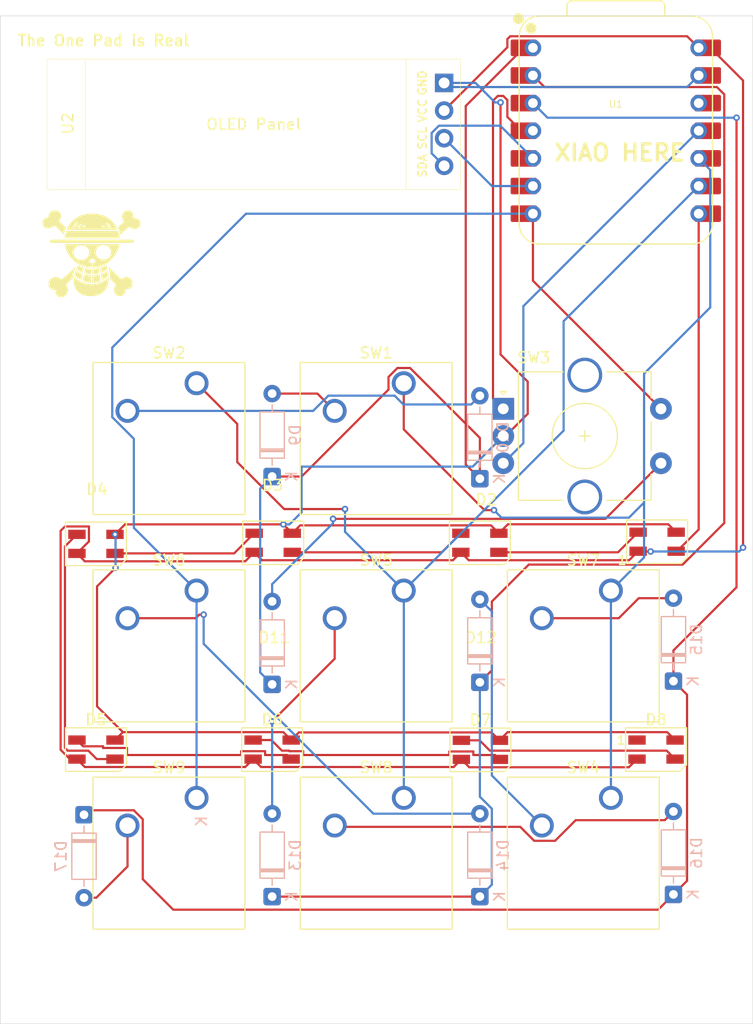
<source format=kicad_pcb>
(kicad_pcb (version 20241229) (generator "pcbnew") (generator_version "9.0")
  (layers (0 "F.Cu" signal) (2 "B.Cu" signal) (13 "F.Paste" user) (15 "B.Paste" user) (5 "F.SilkS" user "F.Silkscreen") (7 "B.SilkS" user "B.Silkscreen") (1 "F.Mask" user) (3 "B.Mask" user) (25 "Edge.Cuts" user))
  (net 0 "")
  (net 1 "Net-(D1-DIN)")
  (net 2 "Net-(D1-DOUT)")
  (net 3 "GND")
  (net 4 "+5V")
  (net 5 "Net-(D2-DOUT)")
  (net 6 "Net-(D3-DOUT)")
  (net 7 "Net-(D4-DOUT)")
  (net 8 "Net-(D5-DOUT)")
  (net 9 "Net-(D6-DOUT)")
  (net 10 "Net-(D7-DOUT)")
  (net 12 "Net-(D10-K)")
  (net 13 "Net-(D12-K)")
  (net 14 "Net-(D9-A)")
  (net 15 "Net-(D10-A)")
  (net 16 "Net-(D14-A)")
  (net 17 "Net-(D11-A)")
  (net 18 "Net-(D12-A)")
  (net 19 "Net-(D13-A)")
  (net 20 "Net-(U1-GPIO4{slash}MISO)")
  (net 21 "Net-(U1-GPIO2{slash}SCK)")
  (net 22 "Net-(U1-GPIO0{slash}TX)")
  (net 23 "Net-(U1-GPIO29{slash}ADC3{slash}A3)")
  (net 24 "Net-(U1-GPIO3{slash}MOSI)")
  (net 25 "Net-(U1-GPIO7{slash}SCL)")
  (net 26 "Net-(U1-GPIO6{slash}SDA)")
  (net 28 "Net-(D15-K)")
  (net 29 "Net-(D15-A)")
  (net 30 "Net-(D16-A)")
  (net 31 "Net-(D17-A)")
  (footprint "Rotary_Encoder:RotaryEncoder_Alps_EC11E-Switch_Vertical_H20mm_CircularMountingHoles" (layer "F.Cu") (at 154.45 74)
    (property "Reference" "SW3" (at 2.8 -4.7 0) (layer "F.SilkS"))
    (property "Value" "RotaryEncoder_Switch")
    (pad "A" thru_hole rect (at 0 0) (size 2 2) (drill 1) (layers "*.Cu" "*.Mask") (net 23 "Net-(U1-GPIO29{slash}ADC3{slash}A3)"))
    (pad "B" thru_hole circle (at 0 5) (size 2 2) (drill 1) (layers "*.Cu" "*.Mask") (net 24 "Net-(U1-GPIO3{slash}MOSI)"))
    (pad "C" thru_hole circle (at 0 2.5) (size 2 2) (drill 1) (layers "*.Cu" "*.Mask") (net 3 "GND"))
    (pad "MP" thru_hole circle (at 7.5 -3.1) (size 3.2 3.2) (drill 2.6) (layers "*.Cu" "*.Mask"))
    (pad "MP" thru_hole circle (at 7.5 8.1) (size 3.2 3.2) (drill 2.6) (layers "*.Cu" "*.Mask"))
    (pad "S1" thru_hole circle (at 14.5 5) (size 2 2) (drill 1) (layers "*.Cu" "*.Mask") (net 17 "Net-(D11-A)"))
    (pad "S2" thru_hole circle (at 14.5 0) (size 2 2) (drill 1) (layers "*.Cu" "*.Mask") (net 22 "Net-(U1-GPIO0{slash}TX)"))
  )
  (footprint "LED_SMD:LED_SK6812MINI_PLCC4_3.5x3.5mm_P1.75mm" (layer "F.Cu") (at 117 86.41)
    (property "Reference" "D4" (at 0.09 -5.01 0) (layer "F.SilkS"))
    (property "Value" "SK6812MINI")
    (pad "1" smd rect (at -1.75 -0.875) (size 1.6 0.85) (layers "F.Cu" "F.Mask" "F.Paste") (net 7 "Net-(D4-DOUT)"))
    (pad "2" smd rect (at -1.75 0.875) (size 1.6 0.85) (layers "F.Cu" "F.Mask" "F.Paste") (net 4 "+5V"))
    (pad "3" smd rect (at 1.75 0.875) (size 1.6 0.85) (layers "F.Cu" "F.Mask" "F.Paste") (net 6 "Net-(D3-DOUT)"))
    (pad "4" smd rect (at 1.75 -0.875) (size 1.6 0.85) (layers "F.Cu" "F.Mask" "F.Paste") (net 3 "GND"))
  )
  (footprint "Button_Switch_Keyboard:SW_Cherry_MX_1.00u_PCB" (layer "F.Cu") (at 126.25 71.65)
    (property "Reference" "SW2" (at -2.54 -2.794 0) (layer "F.SilkS"))
    (property "Value" "SW_Push")
    (pad "" np_thru_hole circle (at -7.62 5.08) (size 1.7 1.7) (drill 1.7) (layers "*.Cu" "*.Mask"))
    (pad "" np_thru_hole circle (at -2.54 5.08) (size 4 4) (drill 4) (layers "*.Cu" "*.Mask"))
    (pad "" np_thru_hole circle (at 2.54 5.08) (size 1.7 1.7) (drill 1.7) (layers "*.Cu" "*.Mask"))
    (pad "1" thru_hole circle (at 0 0) (size 2.2 2.2) (drill 1.5) (layers "*.Cu" "*.Mask") (net 21 "Net-(U1-GPIO2{slash}SCK)"))
    (pad "2" thru_hole circle (at -6.35 2.54) (size 2.2 2.2) (drill 1.5) (layers "*.Cu" "*.Mask") (net 15 "Net-(D10-A)"))
  )
  (footprint "Button_Switch_Keyboard:SW_Cherry_MX_1.00u_PCB" (layer "F.Cu") (at 164.35 109.75)
    (property "Reference" "SW4" (at -2.54 -2.794 0) (layer "F.SilkS"))
    (property "Value" "SW_Push")
    (pad "" np_thru_hole circle (at -7.62 5.08) (size 1.7 1.7) (drill 1.7) (layers "*.Cu" "*.Mask"))
    (pad "" np_thru_hole circle (at -2.54 5.08) (size 4 4) (drill 4) (layers "*.Cu" "*.Mask"))
    (pad "" np_thru_hole circle (at 2.54 5.08) (size 1.7 1.7) (drill 1.7) (layers "*.Cu" "*.Mask"))
    (pad "1" thru_hole circle (at 0 0) (size 2.2 2.2) (drill 1.5) (layers "*.Cu" "*.Mask") (net 20 "Net-(U1-GPIO4{slash}MISO)"))
    (pad "2" thru_hole circle (at -6.35 2.54) (size 2.2 2.2) (drill 1.5) (layers "*.Cu" "*.Mask") (net 18 "Net-(D12-A)"))
  )
  (footprint "LED_SMD:LED_SK6812MINI_PLCC4_3.5x3.5mm_P1.75mm" (layer "F.Cu") (at 168.6 86.21)
    (property "Reference" "D1" (hide yes))
    (property "Value" "SK6812MINI")
    (fp_text user "1" (at -3.21625 1.715 0) (layer "F.SilkS") (effects (font (size 0.8 0.8))))
    (pad "1" smd rect (at -1.75 -0.875) (size 1.6 0.85) (layers "F.Cu" "F.Mask" "F.Paste") (net 2 "Net-(D1-DOUT)"))
    (pad "2" smd rect (at -1.75 0.875) (size 1.6 0.85) (layers "F.Cu" "F.Mask" "F.Paste") (net 4 "+5V"))
    (pad "3" smd rect (at 1.75 0.875) (size 1.6 0.85) (layers "F.Cu" "F.Mask" "F.Paste") (net 1 "Net-(D1-DIN)"))
    (pad "4" smd rect (at 1.75 -0.875) (size 1.6 0.85) (layers "F.Cu" "F.Mask" "F.Paste") (net 3 "GND"))
  )
  (footprint "LED_SMD:LED_SK6812MINI_PLCC4_3.5x3.5mm_P1.75mm" (layer "F.Cu") (at 117 105.31)
    (property "Reference" "D5" (at 0 -2.75 0) (layer "F.SilkS"))
    (property "Value" "SK6812MINI")
    (pad "1" smd rect (at -1.75 -0.875) (size 1.6 0.85) (layers "F.Cu" "F.Mask" "F.Paste") (net 8 "Net-(D5-DOUT)"))
    (pad "2" smd rect (at -1.75 0.875) (size 1.6 0.85) (layers "F.Cu" "F.Mask" "F.Paste") (net 4 "+5V"))
    (pad "3" smd rect (at 1.75 0.875) (size 1.6 0.85) (layers "F.Cu" "F.Mask" "F.Paste") (net 7 "Net-(D4-DOUT)"))
    (pad "4" smd rect (at 1.75 -0.875) (size 1.6 0.85) (layers "F.Cu" "F.Mask" "F.Paste") (net 3 "GND"))
  )
  (footprint "Button_Switch_Keyboard:SW_Cherry_MX_1.00u_PCB" (layer "F.Cu") (at 126.25 109.75)
    (property "Reference" "SW9" (at -2.54 -2.794 0) (layer "F.SilkS"))
    (property "Value" "SW_Push")
    (pad "" np_thru_hole circle (at -7.62 5.08) (size 1.7 1.7) (drill 1.7) (layers "*.Cu" "*.Mask"))
    (pad "" np_thru_hole circle (at -2.54 5.08) (size 4 4) (drill 4) (layers "*.Cu" "*.Mask"))
    (pad "" np_thru_hole circle (at 2.54 5.08) (size 1.7 1.7) (drill 1.7) (layers "*.Cu" "*.Mask"))
    (pad "1" thru_hole circle (at 0 0) (size 2.2 2.2) (drill 1.5) (layers "*.Cu" "*.Mask") (net 22 "Net-(U1-GPIO0{slash}TX)"))
    (pad "2" thru_hole circle (at -6.35 2.54) (size 2.2 2.2) (drill 1.5) (layers "*.Cu" "*.Mask") (net 31 "Net-(D17-A)"))
  )
  (footprint "Button_Switch_Keyboard:SW_Cherry_MX_1.00u_PCB" (layer "F.Cu") (at 126.25 90.7)
    (property "Reference" "SW6" (at -2.54 -2.794 0) (layer "F.SilkS"))
    (property "Value" "SW_Push")
    (pad "" np_thru_hole circle (at -7.62 5.08) (size 1.7 1.7) (drill 1.7) (layers "*.Cu" "*.Mask"))
    (pad "" np_thru_hole circle (at -2.54 5.08) (size 4 4) (drill 4) (layers "*.Cu" "*.Mask"))
    (pad "" np_thru_hole circle (at 2.54 5.08) (size 1.7 1.7) (drill 1.7) (layers "*.Cu" "*.Mask"))
    (pad "1" thru_hole circle (at 0 0) (size 2.2 2.2) (drill 1.5) (layers "*.Cu" "*.Mask") (net 22 "Net-(U1-GPIO0{slash}TX)"))
    (pad "2" thru_hole circle (at -6.35 2.54) (size 2.2 2.2) (drill 1.5) (layers "*.Cu" "*.Mask") (net 16 "Net-(D14-A)"))
  )
  (footprint "LOGO" (layer "F.Cu") (at 116.6 59.95)
    (property "Reference" "G***" (hide yes))
    (property "Value" "LOGO" (hide yes))
  )
  (footprint "LED_SMD:LED_SK6812MINI_PLCC4_3.5x3.5mm_P1.75mm" (layer "F.Cu") (at 133.2 105.31)
    (property "Reference" "D6" (at 0 -2.75 0) (layer "F.SilkS"))
    (property "Value" "SK6812MINI")
    (pad "1" smd rect (at -1.75 -0.875) (size 1.6 0.85) (layers "F.Cu" "F.Mask" "F.Paste") (net 9 "Net-(D6-DOUT)"))
    (pad "2" smd rect (at -1.75 0.875) (size 1.6 0.85) (layers "F.Cu" "F.Mask" "F.Paste") (net 4 "+5V"))
    (pad "3" smd rect (at 1.75 0.875) (size 1.6 0.85) (layers "F.Cu" "F.Mask" "F.Paste") (net 8 "Net-(D5-DOUT)"))
    (pad "4" smd rect (at 1.75 -0.875) (size 1.6 0.85) (layers "F.Cu" "F.Mask" "F.Paste") (net 3 "GND"))
  )
  (footprint "Button_Switch_Keyboard:SW_Cherry_MX_1.00u_PCB" (layer "F.Cu") (at 145.3 71.65)
    (property "Reference" "SW1" (at -2.54 -2.794 0) (layer "F.SilkS"))
    (property "Value" "SW_Push")
    (pad "" np_thru_hole circle (at -7.62 5.08) (size 1.7 1.7) (drill 1.7) (layers "*.Cu" "*.Mask"))
    (pad "" np_thru_hole circle (at -2.54 5.08) (size 4 4) (drill 4) (layers "*.Cu" "*.Mask"))
    (pad "" np_thru_hole circle (at 2.54 5.08) (size 1.7 1.7) (drill 1.7) (layers "*.Cu" "*.Mask"))
    (pad "1" thru_hole circle (at 0 0) (size 2.2 2.2) (drill 1.5) (layers "*.Cu" "*.Mask") (net 20 "Net-(U1-GPIO4{slash}MISO)"))
    (pad "2" thru_hole circle (at -6.35 2.54) (size 2.2 2.2) (drill 1.5) (layers "*.Cu" "*.Mask") (net 14 "Net-(D9-A)"))
  )
  (footprint "LED_SMD:LED_SK6812MINI_PLCC4_3.5x3.5mm_P1.75mm" (layer "F.Cu") (at 133.3 86.31)
    (property "Reference" "D3" (at -0.05 -5.275 0) (layer "F.SilkS"))
    (property "Value" "SK6812MINI")
    (pad "1" smd rect (at -1.75 -0.875) (size 1.6 0.85) (layers "F.Cu" "F.Mask" "F.Paste") (net 6 "Net-(D3-DOUT)"))
    (pad "2" smd rect (at -1.75 0.875) (size 1.6 0.85) (layers "F.Cu" "F.Mask" "F.Paste") (net 4 "+5V"))
    (pad "3" smd rect (at 1.75 0.875) (size 1.6 0.85) (layers "F.Cu" "F.Mask" "F.Paste") (net 5 "Net-(D2-DOUT)"))
    (pad "4" smd rect (at 1.75 -0.875) (size 1.6 0.85) (layers "F.Cu" "F.Mask" "F.Paste") (net 3 "GND"))
  )
  (footprint "Button_Switch_Keyboard:SW_Cherry_MX_1.00u_PCB" (layer "F.Cu") (at 145.3 90.7)
    (property "Reference" "SW5" (at -2.54 -2.794 0) (layer "F.SilkS"))
    (property "Value" "SW_Push")
    (pad "" np_thru_hole circle (at -7.62 5.08) (size 1.7 1.7) (drill 1.7) (layers "*.Cu" "*.Mask"))
    (pad "" np_thru_hole circle (at -2.54 5.08) (size 4 4) (drill 4) (layers "*.Cu" "*.Mask"))
    (pad "" np_thru_hole circle (at 2.54 5.08) (size 1.7 1.7) (drill 1.7) (layers "*.Cu" "*.Mask"))
    (pad "1" thru_hole circle (at 0 0) (size 2.2 2.2) (drill 1.5) (layers "*.Cu" "*.Mask") (net 21 "Net-(U1-GPIO2{slash}SCK)"))
    (pad "2" thru_hole circle (at -6.35 2.54) (size 2.2 2.2) (drill 1.5) (layers "*.Cu" "*.Mask") (net 19 "Net-(D13-A)"))
  )
  (footprint "LED_SMD:LED_SK6812MINI_PLCC4_3.5x3.5mm_P1.75mm" (layer "F.Cu") (at 168.5 105.31)
    (property "Reference" "D8" (at 0 -2.75 0) (layer "F.SilkS"))
    (property "Value" "SK6812MINI")
    (fp_text user "1" (at -3.2 -0.875 0) (layer "F.SilkS") (effects (font (size 0.8 0.8))))
    (pad "1" smd rect (at -1.75 -0.875) (size 1.6 0.85) (layers "F.Cu" "F.Mask" "F.Paste"))
    (pad "2" smd rect (at -1.75 0.875) (size 1.6 0.85) (layers "F.Cu" "F.Mask" "F.Paste") (net 4 "+5V"))
    (pad "3" smd rect (at 1.75 0.875) (size 1.6 0.85) (layers "F.Cu" "F.Mask" "F.Paste") (net 10 "Net-(D7-DOUT)"))
    (pad "4" smd rect (at 1.75 -0.875) (size 1.6 0.85) (layers "F.Cu" "F.Mask" "F.Paste") (net 3 "GND"))
  )
  (footprint "Seeed Studio XIAO Series Library:XIAO-RP2040-DIP" (layer "F.Cu") (at 164.8 48.45)
    (property "Reference" "U1" (at 0 -2.45 0) (layer "F.SilkS") (effects (font (size 0.635 0.635) (thickness 0.1016))))
    (property "Value" "XIAO-RP2040-DIP")
    (pad "1" smd roundrect (at -8.455 -7.62 180) (size 2.432 1.524) (layers "F.Cu" "F.Mask") (roundrect_rratio 0.1) (net 12 "Net-(D10-K)"))
    (pad "1" thru_hole circle (at -7.62 -7.62 180) (size 1.524 1.524) (drill 0.889) (layers "*.Cu" "*.Mask") (net 12 "Net-(D10-K)"))
    (pad "2" smd roundrect (at -8.455 -5.08 180) (size 2.432 1.524) (layers "F.Cu" "F.Mask") (roundrect_rratio 0.1) (net 13 "Net-(D12-K)"))
    (pad "2" thru_hole circle (at -7.62 -5.08 180) (size 1.524 1.524) (drill 0.889) (layers "*.Cu" "*.Mask") (net 13 "Net-(D12-K)"))
    (pad "3" smd roundrect (at -8.455 -2.54 180) (size 2.432 1.524) (layers "F.Cu" "F.Mask") (roundrect_rratio 0.1) (net 28 "Net-(D15-K)"))
    (pad "3" thru_hole circle (at -7.62 -2.54 180) (size 1.524 1.524) (drill 0.889) (layers "*.Cu" "*.Mask") (net 28 "Net-(D15-K)"))
    (pad "4" smd roundrect (at -8.455 0 180) (size 2.432 1.524) (layers "F.Cu" "F.Mask") (roundrect_rratio 0.1) (net 23 "Net-(U1-GPIO29{slash}ADC3{slash}A3)"))
    (pad "4" thru_hole circle (at -7.62 0 180) (size 1.524 1.524) (drill 0.889) (layers "*.Cu" "*.Mask") (net 23 "Net-(U1-GPIO29{slash}ADC3{slash}A3)"))
    (pad "5" smd roundrect (at -8.455 2.54 180) (size 2.432 1.524) (layers "F.Cu" "F.Mask") (roundrect_rratio 0.1) (net 26 "Net-(U1-GPIO6{slash}SDA)"))
    (pad "5" thru_hole circle (at -7.62 2.54 180) (size 1.524 1.524) (drill 0.889) (layers "*.Cu" "*.Mask") (net 26 "Net-(U1-GPIO6{slash}SDA)"))
    (pad "6" smd roundrect (at -8.455 5.08 180) (size 2.432 1.524) (layers "F.Cu" "F.Mask") (roundrect_rratio 0.1) (net 25 "Net-(U1-GPIO7{slash}SCL)"))
    (pad "6" thru_hole circle (at -7.62 5.08 180) (size 1.524 1.524) (drill 0.889) (layers "*.Cu" "*.Mask") (net 25 "Net-(U1-GPIO7{slash}SCL)"))
    (pad "7" smd roundrect (at -8.455 7.62 180) (size 2.432 1.524) (layers "F.Cu" "F.Mask") (roundrect_rratio 0.1) (net 22 "Net-(U1-GPIO0{slash}TX)"))
    (pad "7" thru_hole circle (at -7.62 7.62 180) (size 1.524 1.524) (drill 0.889) (layers "*.Cu" "*.Mask") (net 22 "Net-(U1-GPIO0{slash}TX)"))
    (pad "8" thru_hole circle (at 7.62 7.62) (size 1.524 1.524) (drill 0.889) (layers "*.Cu" "*.Mask") (net 1 "Net-(D1-DIN)"))
    (pad "8" smd roundrect (at 8.455 7.62) (size 2.432 1.524) (layers "F.Cu" "F.Mask") (roundrect_rratio 0.1) (net 1 "Net-(D1-DIN)"))
    (pad "9" thru_hole circle (at 7.62 5.08) (size 1.524 1.524) (drill 0.889) (layers "*.Cu" "*.Mask") (net 21 "Net-(U1-GPIO2{slash}SCK)"))
    (pad "9" smd roundrect (at 8.455 5.08) (size 2.432 1.524) (layers "F.Cu" "F.Mask") (roundrect_rratio 0.1) (net 21 "Net-(U1-GPIO2{slash}SCK)"))
    (pad "10" thru_hole circle (at 7.62 2.54) (size 1.524 1.524) (drill 0.889) (layers "*.Cu" "*.Mask") (net 20 "Net-(U1-GPIO4{slash}MISO)"))
    (pad "10" smd roundrect (at 8.455 2.54) (size 2.432 1.524) (layers "F.Cu" "F.Mask") (roundrect_rratio 0.1) (net 20 "Net-(U1-GPIO4{slash}MISO)"))
    (pad "11" thru_hole circle (at 7.62 0) (size 1.524 1.524) (drill 0.889) (layers "*.Cu" "*.Mask") (net 24 "Net-(U1-GPIO3{slash}MOSI)"))
    (pad "11" smd roundrect (at 8.455 0) (size 2.432 1.524) (layers "F.Cu" "F.Mask") (roundrect_rratio 0.1) (net 24 "Net-(U1-GPIO3{slash}MOSI)"))
    (pad "12" thru_hole circle (at 7.62 -2.54) (size 1.524 1.524) (drill 0.889) (layers "*.Cu" "*.Mask"))
    (pad "12" smd roundrect (at 8.455 -2.54) (size 2.432 1.524) (layers "F.Cu" "F.Mask") (roundrect_rratio 0.1))
    (pad "13" thru_hole circle (at 7.62 -5.08) (size 1.524 1.524) (drill 0.889) (layers "*.Cu" "*.Mask") (net 3 "GND"))
    (pad "13" smd roundrect (at 8.455 -5.08) (size 2.432 1.524) (layers "F.Cu" "F.Mask") (roundrect_rratio 0.1) (net 3 "GND"))
    (pad "14" thru_hole circle (at 7.62 -7.62) (size 1.524 1.524) (drill 0.889) (layers "*.Cu" "*.Mask") (net 4 "+5V"))
    (pad "14" smd roundrect (at 8.455 -7.62) (size 2.432 1.524) (layers "F.Cu" "F.Mask") (roundrect_rratio 0.1) (net 4 "+5V"))
  )
  (footprint "LED_SMD:LED_SK6812MINI_PLCC4_3.5x3.5mm_P1.75mm" (layer "F.Cu") (at 152.35 105.335)
    (property "Reference" "D7" (at 0 -2.75 0) (layer "F.SilkS"))
    (property "Value" "SK6812MINI")
    (pad "1" smd rect (at -1.75 -0.875) (size 1.6 0.85) (layers "F.Cu" "F.Mask" "F.Paste") (net 10 "Net-(D7-DOUT)"))
    (pad "2" smd rect (at -1.75 0.875) (size 1.6 0.85) (layers "F.Cu" "F.Mask" "F.Paste") (net 4 "+5V"))
    (pad "3" smd rect (at 1.75 0.875) (size 1.6 0.85) (layers "F.Cu" "F.Mask" "F.Paste") (net 9 "Net-(D6-DOUT)"))
    (pad "4" smd rect (at 1.75 -0.875) (size 1.6 0.85) (layers "F.Cu" "F.Mask" "F.Paste") (net 3 "GND"))
  )
  (footprint "Button_Switch_Keyboard:SW_Cherry_MX_1.00u_PCB" (layer "F.Cu") (at 145.30625 109.75)
    (property "Reference" "SW8" (at -2.54 -2.794 0) (layer "F.SilkS"))
    (property "Value" "SW_Push")
    (pad "" np_thru_hole circle (at -7.62 5.08) (size 1.7 1.7) (drill 1.7) (layers "*.Cu" "*.Mask"))
    (pad "" np_thru_hole circle (at -2.54 5.08) (size 4 4) (drill 4) (layers "*.Cu" "*.Mask"))
    (pad "" np_thru_hole circle (at 2.54 5.08) (size 1.7 1.7) (drill 1.7) (layers "*.Cu" "*.Mask"))
    (pad "1" thru_hole circle (at 0 0) (size 2.2 2.2) (drill 1.5) (layers "*.Cu" "*.Mask") (net 21 "Net-(U1-GPIO2{slash}SCK)"))
    (pad "2" thru_hole circle (at -6.35 2.54) (size 2.2 2.2) (drill 1.5) (layers "*.Cu" "*.Mask") (net 30 "Net-(D16-A)"))
  )
  (footprint "oled_screen:SSD1306-0.91-OLED-4pin-128x32" (layer "F.Cu") (at 112.515 41.865)
    (property "Reference" "U2" (at 1.9 5.91 90) (layer "F.SilkS"))
    (property "Value" "~")
    (fp_text user "SDA" (at 34.5 9.81 270) (layer "F.SilkS") (effects (font (size 0.75 0.75))))
    (fp_text user "GND" (at 34.5 2.19 270) (layer "F.SilkS") (effects (font (size 0.75 0.75))))
    (fp_text user "SCL" (at 34.5 7.27 270) (layer "F.SilkS") (effects (font (size 0.75 0.75))))
    (fp_text user "OLED Panel" (at 19 6 0) (layer "F.SilkS"))
    (fp_text user "VCC" (at 34.5 4.73 270) (layer "F.SilkS") (effects (font (size 0.75 0.75))))
    (pad "1" thru_hole rect (at 36.5 2.19) (size 1.7 1.7) (drill 1) (layers "*.Cu" "*.Mask") (net 3 "GND"))
    (pad "2" thru_hole oval (at 36.5 4.73) (size 1.7 1.7) (drill 1) (layers "*.Cu" "*.Mask") (net 4 "+5V"))
    (pad "3" thru_hole oval (at 36.5 7.27) (size 1.7 1.7) (drill 1) (layers "*.Cu" "*.Mask") (net 25 "Net-(U1-GPIO7{slash}SCL)"))
    (pad "4" thru_hole oval (at 36.5 9.81) (size 1.7 1.7) (drill 1) (layers "*.Cu" "*.Mask") (net 26 "Net-(U1-GPIO6{slash}SDA)"))
  )
  (footprint "LED_SMD:LED_SK6812MINI_PLCC4_3.5x3.5mm_P1.75mm" (layer "F.Cu") (at 152.3 86.31)
    (property "Reference" "D2" (at 0.59 -3.96 0) (layer "F.SilkS"))
    (property "Value" "SK6812MINI")
    (pad "1" smd rect (at -1.75 -0.875) (size 1.6 0.85) (layers "F.Cu" "F.Mask" "F.Paste") (net 5 "Net-(D2-DOUT)"))
    (pad "2" smd rect (at -1.75 0.875) (size 1.6 0.85) (layers "F.Cu" "F.Mask" "F.Paste") (net 4 "+5V"))
    (pad "3" smd rect (at 1.75 0.875) (size 1.6 0.85) (layers "F.Cu" "F.Mask" "F.Paste") (net 2 "Net-(D1-DOUT)"))
    (pad "4" smd rect (at 1.75 -0.875) (size 1.6 0.85) (layers "F.Cu" "F.Mask" "F.Paste") (net 3 "GND"))
  )
  (footprint "Button_Switch_Keyboard:SW_Cherry_MX_1.00u_PCB" (layer "F.Cu") (at 164.35 90.7)
    (property "Reference" "SW7" (at -2.54 -2.794 0) (layer "F.SilkS"))
    (property "Value" "SW_Push")
    (pad "" np_thru_hole circle (at -7.62 5.08) (size 1.7 1.7) (drill 1.7) (layers "*.Cu" "*.Mask"))
    (pad "" np_thru_hole circle (at -2.54 5.08) (size 4 4) (drill 4) (layers "*.Cu" "*.Mask"))
    (pad "" np_thru_hole circle (at 2.54 5.08) (size 1.7 1.7) (drill 1.7) (layers "*.Cu" "*.Mask"))
    (pad "1" thru_hole circle (at 0 0) (size 2.2 2.2) (drill 1.5) (layers "*.Cu" "*.Mask") (net 20 "Net-(U1-GPIO4{slash}MISO)"))
    (pad "2" thru_hole circle (at -6.35 2.54) (size 2.2 2.2) (drill 1.5) (layers "*.Cu" "*.Mask") (net 29 "Net-(D15-A)"))
  )
  (footprint "Diode_THT:D_DO-35_SOD27_P7.62mm_Horizontal" (layer "B.Cu") (at 152.3 118.82 90)
    (property "Reference" "D14" (at 3.81 2.12 90) (layer "B.SilkS") (effects (justify mirror)))
    (property "Value" "D")
    (fp_text user "K" (at 0 1.8 90) (layer "B.SilkS") (effects (justify mirror)))
    (pad "1" thru_hole roundrect (at 0 0 90) (size 1.6 1.6) (drill 0.8) (layers "*.Cu" "*.Mask") (roundrect_rratio 0.15625) (net 13 "Net-(D12-K)"))
    (pad "2" thru_hole circle (at 7.62 0 90) (size 1.6 1.6) (drill 0.8) (layers "*.Cu" "*.Mask") (net 16 "Net-(D14-A)"))
  )
  (footprint "Diode_THT:D_DO-35_SOD27_P7.62mm_Horizontal" (layer "B.Cu") (at 133.2 118.82 90)
    (property "Reference" "D13" (at 3.81 2.12 90) (layer "B.SilkS") (effects (justify mirror)))
    (property "Value" "D")
    (fp_text user "K" (at 0 1.8 90) (layer "B.SilkS") (effects (justify mirror)))
    (pad "1" thru_hole roundrect (at 0 0 90) (size 1.6 1.6) (drill 0.8) (layers "*.Cu" "*.Mask") (roundrect_rratio 0.15625) (net 13 "Net-(D12-K)"))
    (pad "2" thru_hole circle (at 7.62 0 90) (size 1.6 1.6) (drill 0.8) (layers "*.Cu" "*.Mask") (net 19 "Net-(D13-A)"))
  )
  (footprint "Diode_THT:D_DO-35_SOD27_P7.62mm_Horizontal" (layer "B.Cu") (at 170.1 99.02 90)
    (property "Reference" "D15" (at 3.81 2.12 90) (layer "B.SilkS") (effects (justify mirror)))
    (property "Value" "D")
    (fp_text user "K" (at 0 1.8 90) (layer "B.SilkS") (effects (justify mirror)))
    (pad "1" thru_hole roundrect (at 0 0 90) (size 1.6 1.6) (drill 0.8) (layers "*.Cu" "*.Mask") (roundrect_rratio 0.15625) (net 28 "Net-(D15-K)"))
    (pad "2" thru_hole circle (at 7.62 0 90) (size 1.6 1.6) (drill 0.8) (layers "*.Cu" "*.Mask") (net 29 "Net-(D15-A)"))
  )
  (footprint "Diode_THT:D_DO-35_SOD27_P7.62mm_Horizontal" (layer "B.Cu") (at 133.2 80.22 90)
    (property "Reference" "D9" (at 3.81 2.12 90) (layer "B.SilkS") (effects (justify mirror)))
    (property "Value" "D")
    (fp_text user "K" (at 0 1.8 90) (layer "B.SilkS") (effects (justify mirror)))
    (pad "1" thru_hole roundrect (at 0 0 90) (size 1.6 1.6) (drill 0.8) (layers "*.Cu" "*.Mask") (roundrect_rratio 0.15625) (net 12 "Net-(D10-K)"))
    (pad "2" thru_hole circle (at 7.62 0 90) (size 1.6 1.6) (drill 0.8) (layers "*.Cu" "*.Mask") (net 14 "Net-(D9-A)"))
  )
  (footprint "Diode_THT:D_DO-35_SOD27_P7.62mm_Horizontal" (layer "B.Cu") (at 152.3 99.13 90)
    (property "Reference" "D12" (at 4.11 0.1 0) (layer "F.SilkS"))
    (property "Value" "D")
    (fp_text user "K" (at 0 1.8 90) (layer "B.SilkS") (effects (justify mirror)))
    (pad "1" thru_hole roundrect (at 0 0 90) (size 1.6 1.6) (drill 0.8) (layers "*.Cu" "*.Mask") (roundrect_rratio 0.15625) (net 13 "Net-(D12-K)"))
    (pad "2" thru_hole circle (at 7.62 0 90) (size 1.6 1.6) (drill 0.8) (layers "*.Cu" "*.Mask") (net 18 "Net-(D12-A)"))
  )
  (footprint "Diode_THT:D_DO-35_SOD27_P7.62mm_Horizontal" (layer "B.Cu") (at 115.9 111.3 -90)
    (property "Reference" "D17" (at 3.81 2.12 90) (layer "B.SilkS") (effects (justify mirror)))
    (property "Value" "D")
    (fp_text user "K" (at 0.6 -10.8 90) (layer "B.SilkS") (effects (justify mirror)))
    (pad "1" thru_hole roundrect (at 0 0 270) (size 1.6 1.6) (drill 0.8) (layers "*.Cu" "*.Mask") (roundrect_rratio 0.15625) (net 28 "Net-(D15-K)"))
    (pad "2" thru_hole circle (at 7.62 0 270) (size 1.6 1.6) (drill 0.8) (layers "*.Cu" "*.Mask") (net 31 "Net-(D17-A)"))
  )
  (footprint "Diode_THT:D_DO-35_SOD27_P7.62mm_Horizontal" (layer "B.Cu") (at 152.3 80.42 90)
    (property "Reference" "D10" (at 3.81 2.12 90) (layer "B.SilkS") (effects (justify mirror)))
    (property "Value" "D")
    (fp_text user "K" (at 0 1.8 90) (layer "B.SilkS") (effects (justify mirror)))
    (pad "1" thru_hole roundrect (at 0 0 90) (size 1.6 1.6) (drill 0.8) (layers "*.Cu" "*.Mask") (roundrect_rratio 0.15625) (net 12 "Net-(D10-K)"))
    (pad "2" thru_hole circle (at 7.62 0 90) (size 1.6 1.6) (drill 0.8) (layers "*.Cu" "*.Mask") (net 15 "Net-(D10-A)"))
  )
  (footprint "Diode_THT:D_DO-35_SOD27_P7.62mm_Horizontal" (layer "B.Cu") (at 133.2 99.32 90)
    (property "Reference" "D11" (at 4.3 0.19375 0) (layer "F.SilkS"))
    (property "Value" "D")
    (fp_text user "K" (at 0 1.8 90) (layer "B.SilkS") (effects (justify mirror)))
    (pad "1" thru_hole roundrect (at 0 0 90) (size 1.6 1.6) (drill 0.8) (layers "*.Cu" "*.Mask") (roundrect_rratio 0.15625) (net 12 "Net-(D10-K)"))
    (pad "2" thru_hole circle (at 7.62 0 90) (size 1.6 1.6) (drill 0.8) (layers "*.Cu" "*.Mask") (net 17 "Net-(D11-A)"))
  )
  (footprint "Diode_THT:D_DO-35_SOD27_P7.62mm_Horizontal" (layer "B.Cu") (at 170.1 118.62 90)
    (property "Reference" "D16" (at 3.81 2.12 90) (layer "B.SilkS") (effects (justify mirror)))
    (property "Value" "D")
    (fp_text user "K" (at 0 1.8 90) (layer "B.SilkS") (effects (justify mirror)))
    (pad "1" thru_hole roundrect (at 0 0 90) (size 1.6 1.6) (drill 0.8) (layers "*.Cu" "*.Mask") (roundrect_rratio 0.15625) (net 28 "Net-(D15-K)"))
    (pad "2" thru_hole circle (at 7.62 0 90) (size 1.6 1.6) (drill 0.8) (layers "*.Cu" "*.Mask") (net 30 "Net-(D16-A)"))
  )
  (gr_rect (start 108.2 37.9) (end 177.4 130.5) (stroke (width 0.05)) (fill no) (layer "Edge.Cuts"))
  (gr_text "The One Pad is Real" (at 109.7 40.75 0) (layer "F.SilkS") (effects (font (size 1 1) (thickness 0.1875)) (justify left bottom)))
  (gr_text "XIAO HERE" (at 159 51.35 0) (layer "F.SilkS") (effects (font (size 1.5 1.5) (thickness 0.3) (bold yes)) (justify left bottom)))
  (segment (start 172.42 85.092) (end 170.427 87.085) (width 0.2) (layer "F.Cu") (net 1))
  (segment (start 170.427 87.085) (end 170.35 87.085) (width 0.2) (layer "F.Cu") (net 1))
  (segment (start 172.42 56.07) (end 172.42 85.092) (width 0.2) (layer "F.Cu") (net 1))
  (segment (start 165 87.185) (end 166.85 85.335) (width 0.2) (layer "F.Cu") (net 2))
  (segment (start 154.05 87.185) (end 165 87.185) (width 0.2) (layer "F.Cu") (net 2))
  (segment (start 154.851 103.709) (end 169.524 103.709) (width 0.2) (layer "F.Cu") (net 3))
  (segment (start 119.667 84.618) (end 134.233 84.618) (width 0.2) (layer "F.Cu") (net 3))
  (segment (start 169.524 103.709) (end 170.25 104.435) (width 0.2) (layer "F.Cu") (net 3))
  (segment (start 153.374 103.734) (end 154.1 104.46) (width 0.2) (layer "F.Cu") (net 3))
  (segment (start 135.651 103.734) (end 153.374 103.734) (width 0.2) (layer "F.Cu") (net 3))
  (segment (start 135.776 84.709) (end 153.324 84.709) (width 0.2) (layer "F.Cu") (net 3))
  (segment (start 134.95 104.435) (end 135.651 103.734) (width 0.2) (layer "F.Cu") (net 3))
  (segment (start 156.7 71.5) (end 156.7 74.46) (width 0.2) (layer "F.Cu") (net 3))
  (segment (start 135.05 85.435) (end 135.776 84.709) (width 0.2) (layer "F.Cu") (net 3))
  (segment (start 118.75 104.435) (end 119.475 103.71) (width 0.2) (layer "F.Cu") (net 3))
  (segment (start 134.233 84.618) (end 135.05 85.435) (width 0.2) (layer "F.Cu") (net 3))
  (segment (start 154.875 84.61) (end 169.625 84.61) (width 0.2) (layer "F.Cu") (net 3))
  (segment (start 118.75 85.535) (end 119.667 84.618) (width 0.2) (layer "F.Cu") (net 3))
  (segment (start 154.05 85.435) (end 154.875 84.61) (width 0.2) (layer "F.Cu") (net 3))
  (segment (start 154.1 104.46) (end 154.851 103.709) (width 0.2) (layer "F.Cu") (net 3))
  (segment (start 134.225 103.71) (end 134.95 104.435) (width 0.2) (layer "F.Cu") (net 3))
  (segment (start 154.2 45.85) (end 154.2 69) (width 0.2) (layer "F.Cu") (net 3))
  (segment (start 117.1 101.335) (end 117.1 90.31) (width 0.2) (layer "F.Cu") (net 3))
  (segment (start 169.625 84.61) (end 170.35 85.335) (width 0.2) (layer "F.Cu") (net 3))
  (segment (start 154.2 69) (end 156.7 71.5) (width 0.2) (layer "F.Cu") (net 3))
  (segment (start 153.324 84.709) (end 154.05 85.435) (width 0.2) (layer "F.Cu") (net 3))
  (segment (start 119.475 103.71) (end 134.225 103.71) (width 0.2) (layer "F.Cu") (net 3))
  (segment (start 117.1 90.31) (end 118.8 88.61) (width 0.2) (layer "F.Cu") (net 3))
  (segment (start 119.475 103.71) (end 117.1 101.335) (width 0.2) (layer "F.Cu") (net 3))
  (segment (start 156.7 74.46) (end 155.25 75.91) (width 0.2) (layer "F.Cu") (net 3))
  (via (at 134.233 84.618) (size 0.6) (drill 0.3) (layers "F.Cu" "B.Cu") (net 3))
  (via (at 154.2 45.85) (size 0.6) (drill 0.3) (layers "F.Cu" "B.Cu") (net 3))
  (via (at 118.75 85.535) (size 0.6) (drill 0.3) (layers "F.Cu" "B.Cu") (net 3))
  (via (at 118.8 88.61) (size 0.6) (drill 0.3) (layers "F.Cu" "B.Cu") (net 3))
  (segment (start 151.64 79.31) (end 154.45 76.5) (width 0.2) (layer "B.Cu") (net 3))
  (segment (start 134.233 84.618) (end 134.792 84.618) (width 0.2) (layer "B.Cu") (net 3))
  (segment (start 135.90625 83.50375) (end 135.90625 79.31) (width 0.2) (layer "B.Cu") (net 3))
  (segment (start 118.8 85.585) (end 118.75 85.535) (width 0.2) (layer "B.Cu") (net 3))
  (segment (start 154.2 45.85) (end 153.7 45.85) (width 0.2) (layer "B.Cu") (net 3))
  (segment (start 171.357 44.433) (end 172.42 43.37) (width 0.2) (layer "B.Cu") (net 3))
  (segment (start 135.90625 79.31) (end 151.64 79.31) (width 0.2) (layer "B.Cu") (net 3))
  (segment (start 118.8 88.61) (end 118.8 85.585) (width 0.2) (layer "B.Cu") (net 3))
  (segment (start 155.25 75.91) (end 153.81875 75.91) (width 0.2) (layer "B.Cu") (net 3))
  (segment (start 153.7 45.85) (end 151.905 44.055) (width 0.2) (layer "B.Cu") (net 3))
  (segment (start 149.015 44.055) (end 149.393 44.433) (width 0.2) (layer "B.Cu") (net 3))
  (segment (start 151.905 44.055) (end 149.015 44.055) (width 0.2) (layer "B.Cu") (net 3))
  (segment (start 149.393 44.433) (end 171.357 44.433) (width 0.2) (layer "B.Cu") (net 3))
  (segment (start 134.792 84.618) (end 135.90625 83.50375) (width 0.2) (layer "B.Cu") (net 3))
  (segment (start 132.276 87.911) (end 149.824 87.911) (width 0.2) (layer "F.Cu") (net 4))
  (segment (start 116.351 84.809) (end 116.351 86.184) (width 0.2) (layer "F.Cu") (net 4))
  (segment (start 114.149 84.809) (end 116.351 84.809) (width 0.2) (layer "F.Cu") (net 4))
  (segment (start 115.25 106.185) (end 114.6059 106.185) (width 0.2) (layer "F.Cu") (net 4))
  (segment (start 115.975 88.01) (end 130.725 88.01) (width 0.2) (layer "F.Cu") (net 4))
  (segment (start 171.357 39.767) (end 172.42 40.83) (width 0.2) (layer "F.Cu") (net 4))
  (segment (start 149.015 46.595) (end 154.828 40.782) (width 0.2) (layer "F.Cu") (net 4))
  (segment (start 154.828 40.028374) (end 155.089374 39.767) (width 0.2) (layer "F.Cu") (net 4))
  (segment (start 155.089374 39.767) (end 171.357 39.767) (width 0.2) (layer "F.Cu") (net 4))
  (segment (start 132.176 106.911) (end 149.899 106.911) (width 0.2) (layer "F.Cu") (net 4))
  (segment (start 173.49763 40.83) (end 176.5 43.83237) (width 0.2) (layer "F.Cu") (net 4))
  (segment (start 113.748 85.21) (end 114.149 84.809) (width 0.2) (layer "F.Cu") (net 4))
  (segment (start 168 87.11) (end 166.875 87.11) (width 0.2) (layer "F.Cu") (net 4))
  (segment (start 172.42 40.83) (end 173.49763 40.83) (width 0.2) (layer "F.Cu") (net 4))
  (segment (start 116.351 86.184) (end 115.25 87.285) (width 0.2) (layer "F.Cu") (net 4))
  (segment (start 131.45 106.185) (end 132.176 106.911) (width 0.2) (layer "F.Cu") (net 4))
  (segment (start 151.326 106.936) (end 165.999 106.936) (width 0.2) (layer "F.Cu") (net 4))
  (segment (start 114.6059 106.185) (end 113.748 105.3271) (width 0.2) (layer "F.Cu") (net 4))
  (segment (start 165.999 106.936) (end 166.75 106.185) (width 0.2) (layer "F.Cu") (net 4))
  (segment (start 150.6 106.21) (end 151.326 106.936) (width 0.2) (layer "F.Cu") (net 4))
  (segment (start 151.276 87.911) (end 166.024 87.911) (width 0.2) (layer "F.Cu") (net 4))
  (segment (start 115.25 106.185) (end 115.976 106.911) (width 0.2) (layer "F.Cu") (net 4))
  (segment (start 154.828 40.782) (end 154.828 40.028374) (width 0.2) (layer "F.Cu") (net 4))
  (segment (start 131.55 87.185) (end 132.276 87.911) (width 0.2) (layer "F.Cu") (net 4))
  (segment (start 176.5 43.83237) (end 176.5 86.75) (width 0.2) (layer "F.Cu") (net 4))
  (segment (start 130.724 106.911) (end 131.45 106.185) (width 0.2) (layer "F.Cu") (net 4))
  (segment (start 149.824 87.911) (end 150.55 87.185) (width 0.2) (layer "F.Cu") (net 4))
  (segment (start 166.875 87.11) (end 166.85 87.085) (width 0.2) (layer "F.Cu") (net 4))
  (segment (start 149.899 106.911) (end 150.6 106.21) (width 0.2) (layer "F.Cu") (net 4))
  (segment (start 130.725 88.01) (end 131.55 87.185) (width 0.2) (layer "F.Cu") (net 4))
  (segment (start 150.55 87.185) (end 151.276 87.911) (width 0.2) (layer "F.Cu") (net 4))
  (segment (start 115.25 87.285) (end 115.975 88.01) (width 0.2) (layer "F.Cu") (net 4))
  (segment (start 115.976 106.911) (end 130.724 106.911) (width 0.2) (layer "F.Cu") (net 4))
  (segment (start 166.024 87.911) (end 166.85 87.085) (width 0.2) (layer "F.Cu") (net 4))
  (segment (start 113.748 105.3271) (end 113.748 85.21) (width 0.2) (layer "F.Cu") (net 4))
  (via (at 168 87.11) (size 0.6) (drill 0.3) (layers "F.Cu" "B.Cu") (net 4))
  (via (at 176.5 86.75) (size 0.6) (drill 0.3) (layers "F.Cu" "B.Cu") (net 4))
  (segment (start 168 87.11) (end 176.14 87.11) (width 0.2) (layer "B.Cu") (net 4))
  (segment (start 176.14 87.11) (end 176.5 86.75) (width 0.2) (layer "B.Cu") (net 4))
  (segment (start 135.05 87.185) (end 148.8 87.185) (width 0.2) (layer "F.Cu") (net 5))
  (segment (start 135.05 87.185) (end 135.156 87.291) (width 0.2) (layer "F.Cu") (net 5))
  (segment (start 148.8 87.185) (end 150.55 85.435) (width 0.2) (layer "F.Cu") (net 5))
  (segment (start 129.7 87.285) (end 131.55 85.435) (width 0.2) (layer "F.Cu") (net 6))
  (segment (start 118.75 87.285) (end 129.7 87.285) (width 0.2) (layer "F.Cu") (net 6))
  (segment (start 116.303 105.411) (end 114.399 105.411) (width 0.2) (layer "F.Cu") (net 7))
  (segment (start 114.149 86.636) (end 115.25 85.535) (width 0.2) (layer "F.Cu") (net 7))
  (segment (start 114.399 105.411) (end 114.149 105.161) (width 0.2) (layer "F.Cu") (net 7))
  (segment (start 117.077 106.185) (end 116.303 105.411) (width 0.2) (layer "F.Cu") (net 7))
  (segment (start 114.149 105.161) (end 114.149 86.636) (width 0.2) (layer "F.Cu") (net 7))
  (segment (start 118.75 106.185) (end 117.077 106.185) (width 0.2) (layer "F.Cu") (net 7))
  (segment (start 115.825 105.01) (end 115.25 104.435) (width 0.2) (layer "F.Cu") (net 8))
  (segment (start 134.95 106.185) (end 134.575 105.81) (width 0.2) (layer "F.Cu") (net 8))
  (segment (start 132.551 105.459) (end 130.349 105.459) (width 0.2) (layer "F.Cu") (net 8))
  (segment (start 119.851 105.81) (end 119.851 105.161) (width 0.2) (layer "F.Cu") (net 8))
  (segment (start 130.349 105.81) (end 119.851 105.81) (width 0.2) (layer "F.Cu") (net 8))
  (segment (start 134.575 105.81) (end 132.551 105.81) (width 0.2) (layer "F.Cu") (net 8))
  (segment (start 117.649 105.161) (end 117.649 105.01) (width 0.2) (layer "F.Cu") (net 8))
  (segment (start 130.349 105.459) (end 130.349 105.81) (width 0.2) (layer "F.Cu") (net 8))
  (segment (start 132.551 105.81) (end 132.551 105.459) (width 0.2) (layer "F.Cu") (net 8))
  (segment (start 119.851 105.161) (end 117.649 105.161) (width 0.2) (layer "F.Cu") (net 8))
  (segment (start 117.649 105.01) (end 115.825 105.01) (width 0.2) (layer "F.Cu") (net 8))
  (segment (start 136.051 105.459) (end 136.051 105.81) (width 0.2) (layer "F.Cu") (net 9))
  (segment (start 149.499 105.484) (end 151.701 105.484) (width 0.2) (layer "F.Cu") (net 9))
  (segment (start 134.7411 105.409) (end 134.7911 105.459) (width 0.2) (layer "F.Cu") (net 9))
  (segment (start 136.051 105.81) (end 149.499 105.81) (width 0.2) (layer "F.Cu") (net 9))
  (segment (start 134.7911 105.459) (end 136.051 105.459) (width 0.2) (layer "F.Cu") (net 9))
  (segment (start 151.701 105.81) (end 153.7 105.81) (width 0.2) (layer "F.Cu") (net 9))
  (segment (start 149.499 105.81) (end 149.499 105.484) (width 0.2) (layer "F.Cu") (net 9))
  (segment (start 151.701 105.484) (end 151.701 105.81) (width 0.2) (layer "F.Cu") (net 9))
  (segment (start 133.123 104.435) (end 134.097 105.409) (width 0.2) (layer "F.Cu") (net 9))
  (segment (start 131.45 104.435) (end 133.123 104.435) (width 0.2) (layer "F.Cu") (net 9))
  (segment (start 134.097 105.409) (end 134.7411 105.409) (width 0.2) (layer "F.Cu") (net 9))
  (segment (start 153.7 105.81) (end 154.1 106.21) (width 0.2) (layer "F.Cu") (net 9))
  (segment (start 152.273 104.46) (end 153.222 105.409) (width 0.2) (layer "F.Cu") (net 10))
  (segment (start 169.474 105.409) (end 170.25 106.185) (width 0.2) (layer "F.Cu") (net 10))
  (segment (start 153.222 105.409) (end 169.474 105.409) (width 0.2) (layer "F.Cu") (net 10))
  (segment (start 150.6 104.46) (end 152.273 104.46) (width 0.2) (layer "F.Cu") (net 10))
  (segment (start 152.3 76.668686) (end 152.3 80.42) (width 0.2) (layer "F.Cu") (net 12))
  (segment (start 145.880314 70.249) (end 152.3 76.668686) (width 0.2) (layer "F.Cu") (net 12))
  (segment (start 151 79.12) (end 152.3 80.42) (width 0.2) (layer "F.Cu") (net 12))
  (segment (start 135.909314 80.22) (end 143.899 72.230314) (width 0.2) (layer "F.Cu") (net 12))
  (segment (start 156.345 40.83) (end 157.18 40.83) (width 0.2) (layer "F.Cu") (net 12))
  (segment (start 151 46.175) (end 151 79.12) (width 0.2) (layer "F.Cu") (net 12))
  (segment (start 133.2 80.22) (end 135.909314 80.22) (width 0.2) (layer "F.Cu") (net 12))
  (segment (start 144.719686 70.249) (end 145.880314 70.249) (width 0.2) (layer "F.Cu") (net 12))
  (segment (start 143.899 71.069686) (end 144.719686 70.249) (width 0.2) (layer "F.Cu") (net 12))
  (segment (start 143.899 72.230314) (end 143.899 71.069686) (width 0.2) (layer "F.Cu") (net 12))
  (segment (start 156.345 40.83) (end 151 46.175) (width 0.2) (layer "F.Cu") (net 12))
  (segment (start 133.2 99.32) (end 132.099 98.219) (width 0.2) (layer "B.Cu") (net 12))
  (segment (start 132.099 98.219) (end 132.099 81.321) (width 0.2) (layer "B.Cu") (net 12))
  (segment (start 132.099 81.321) (end 133.2 80.22) (width 0.2) (layer "B.Cu") (net 12))
  (segment (start 174.096626 44.433) (end 174.772 45.108374) (width 0.2) (layer "F.Cu") (net 13))
  (segment (start 158.243 44.433) (end 174.096626 44.433) (width 0.2) (layer "F.Cu") (net 13))
  (segment (start 174.772 45.108374) (end 174.772 84.49) (width 0.2) (layer "F.Cu") (net 13))
  (segment (start 153.401 98.029) (end 152.3 99.13) (width 0.2) (layer "F.Cu") (net 13))
  (segment (start 157.18 43.37) (end 158.243 44.433) (width 0.2) (layer "F.Cu") (net 13))
  (segment (start 170.95 88.312) (end 156.798 88.312) (width 0.2) (layer "F.Cu") (net 13))
  (segment (start 133.2 118.82) (end 152.3 118.82) (width 0.2) (layer "F.Cu") (net 13))
  (segment (start 174.772 84.49) (end 170.95 88.312) (width 0.2) (layer "F.Cu") (net 13))
  (segment (start 153.401 91.709) (end 153.401 98.029) (width 0.2) (layer "F.Cu") (net 13))
  (segment (start 156.798 88.312) (end 153.401 91.709) (width 0.2) (layer "F.Cu") (net 13))
  (segment (start 153.401 110.74395) (end 153.401 117.719) (width 0.2) (layer "B.Cu") (net 13))
  (segment (start 153.401 117.719) (end 152.3 118.82) (width 0.2) (layer "B.Cu") (net 13))
  (segment (start 152.3 99.13) (end 152.3 109.64295) (width 0.2) (layer "B.Cu") (net 13))
  (segment (start 152.3 109.64295) (end 153.401 110.74395) (width 0.2) (layer "B.Cu") (net 13))
  (segment (start 133.2 72.6) (end 137.36 72.6) (width 0.2) (layer "F.Cu") (net 14))
  (segment (start 137.36 72.6) (end 138.95 74.19) (width 0.2) (layer "F.Cu") (net 14))
  (segment (start 144.457686 72.789) (end 145.268685 73.599999) (width 0.2) (layer "B.Cu") (net 15))
  (segment (start 145.268685 73.599999) (end 151.500001 73.599999) (width 0.2) (layer "B.Cu") (net 15))
  (segment (start 119.9 74.19) (end 136.968686 74.19) (width 0.2) (layer "B.Cu") (net 15))
  (segment (start 136.968686 74.19) (end 138.369686 72.789) (width 0.2) (layer "B.Cu") (net 15))
  (segment (start 151.500001 73.599999) (end 152.3 72.8) (width 0.2) (layer "B.Cu") (net 15))
  (segment (start 138.369686 72.789) (end 144.457686 72.789) (width 0.2) (layer "B.Cu") (net 15))
  (segment (start 126.5 92.91) (end 126.17 93.24) (width 0.2) (layer "F.Cu") (net 16))
  (segment (start 126.17 93.24) (end 119.9 93.24) (width 0.2) (layer "F.Cu") (net 16))
  (segment (start 126.9 92.91) (end 126.5 92.91) (width 0.2) (layer "F.Cu") (net 16))
  (via (at 126.9 92.91) (size 0.6) (drill 0.3) (layers "F.Cu" "B.Cu") (net 16))
  (segment (start 126.9 95.58847) (end 126.9 92.91) (width 0.2) (layer "B.Cu") (net 16))
  (segment (start 152.3 111.2) (end 142.51153 111.2) (width 0.2) (layer "B.Cu") (net 16))
  (segment (start 142.51153 111.2) (end 126.9 95.58847) (width 0.2) (layer "B.Cu") (net 16))
  (segment (start 138.8 84.109) (end 163.841 84.109) (width 0.2) (layer "F.Cu") (net 17))
  (segment (start 163.841 84.109) (end 168.95 79) (width 0.2) (layer "F.Cu") (net 17))
  (via (at 138.8 84.109) (size 0.6) (drill 0.3) (layers "F.Cu" "B.Cu") (net 17))
  (segment (start 133.2 90.11) (end 133.2 91.7) (width 0.2) (layer "B.Cu") (net 17))
  (segment (start 138.8 84.109) (end 138.8 84.51) (width 0.2) (layer "B.Cu") (net 17))
  (segment (start 138.8 84.51) (end 133.2 90.11) (width 0.2) (layer "B.Cu") (net 17))
  (segment (start 153.401 92.611) (end 153.401 107.691) (width 0.2) (layer "B.Cu") (net 18))
  (segment (start 152.3 91.51) (end 153.401 92.611) (width 0.2) (layer "B.Cu") (net 18))
  (segment (start 153.401 107.691) (end 158 112.29) (width 0.2) (layer "B.Cu") (net 18))
  (segment (start 138.95 96.96) (end 138.95 93.24) (width 0.2) (layer "F.Cu") (net 19))
  (segment (start 133.1865 102.7235) (end 138.95 96.96) (width 0.2) (layer "F.Cu") (net 19))
  (via (at 133.1865 102.7235) (size 0.6) (drill 0.3) (layers "F.Cu" "B.Cu") (net 19))
  (segment (start 133.2 111.2) (end 133.2 102.737) (width 0.2) (layer "B.Cu") (net 19))
  (segment (start 133.2 102.737) (end 133.1865 102.7235) (width 0.2) (layer "B.Cu") (net 19))
  (segment (start 153.6 83.31) (end 152.72153 83.31) (width 0.2) (layer "F.Cu") (net 20))
  (segment (start 145.3 75.88847) (end 145.3 71.65) (width 0.2) (layer "F.Cu") (net 20))
  (segment (start 152.72153 83.31) (end 145.3 75.88847) (width 0.2) (layer "F.Cu") (net 20))
  (via (at 153.6 83.31) (size 0.6) (drill 0.3) (layers "F.Cu" "B.Cu") (net 20))
  (segment (start 166.01 84) (end 154.29 84) (width 0.2) (layer "B.Cu") (net 20))
  (segment (start 173.483 64.689608) (end 167.4 70.772608) (width 0.2) (layer "B.Cu") (net 20))
  (segment (start 173.483 52.053) (end 173.483 64.689608) (width 0.2) (layer "B.Cu") (net 20))
  (segment (start 167.4 82.61) (end 166.01 84) (width 0.2) (layer "B.Cu") (net 20))
  (segment (start 154.29 84) (end 153.6 83.31) (width 0.2) (layer "B.Cu") (net 20))
  (segment (start 167.4 70.772608) (end 167.4 82.61) (width 0.2) (layer "B.Cu") (net 20))
  (segment (start 167.4 87.65) (end 164.35 90.7) (width 0.2) (layer "B.Cu") (net 20))
  (segment (start 164.35 90.7) (end 164.35 109.75) (width 0.2) (layer "B.Cu") (net 20))
  (segment (start 167.4 82.61) (end 167.4 87.65) (width 0.2) (layer "B.Cu") (net 20))
  (segment (start 172.42 50.99) (end 173.483 52.053) (width 0.2) (layer "B.Cu") (net 20))
  (segment (start 129.991 78.89716) (end 134.30384 83.21) (width 0.2) (layer "F.Cu") (net 21))
  (segment (start 134.30384 83.21) (end 139.9 83.21) (width 0.2) (layer "F.Cu") (net 21))
  (segment (start 126.25 71.65) (end 129.991 75.391) (width 0.2) (layer "F.Cu") (net 21))
  (segment (start 129.991 75.391) (end 129.991 78.89716) (width 0.2) (layer "F.Cu") (net 21))
  (via (at 139.9 83.21) (size 0.6) (drill 0.3) (layers "F.Cu" "B.Cu") (net 21))
  (segment (start 139.9 83.21) (end 139.9 85.3) (width 0.2) (layer "B.Cu") (net 21))
  (segment (start 145.30625 90.70625) (end 145.3 90.7) (width 0.2) (layer "B.Cu") (net 21))
  (segment (start 160 65.95) (end 160 76) (width 0.2) (layer "B.Cu") (net 21))
  (segment (start 145.30625 109.75) (end 145.30625 90.70625) (width 0.2) (layer "B.Cu") (net 21))
  (segment (start 139.9 85.3) (end 145.3 90.7) (width 0.2) (layer "B.Cu") (net 21))
  (segment (start 160 76) (end 145.3 90.7) (width 0.2) (layer "B.Cu") (net 21))
  (segment (start 172.42 53.53) (end 160 65.95) (width 0.2) (layer "B.Cu") (net 21))
  (segment (start 157.18 56.07) (end 157.18 62.23) (width 0.2) (layer "F.Cu") (net 22))
  (segment (start 157.18 62.23) (end 168.95 74) (width 0.2) (layer "F.Cu") (net 22))
  (segment (start 126.25 90.7) (end 120.480314 84.930314) (width 0.2) (layer "B.Cu") (net 22))
  (segment (start 130.8 56.07) (end 157.18 56.07) (width 0.2) (layer "B.Cu") (net 22))
  (segment (start 120.480314 76.751628) (end 118.499 74.770314) (width 0.2) (layer "B.Cu") (net 22))
  (segment (start 118.499 74.770314) (end 118.499 68.371) (width 0.2) (layer "B.Cu") (net 22))
  (segment (start 126.25 109.75) (end 126.25 90.7) (width 0.2) (layer "B.Cu") (net 22))
  (segment (start 120.480314 84.930314) (end 120.480314 76.751628) (width 0.2) (layer "B.Cu") (net 22))
  (segment (start 118.499 68.371) (end 130.8 56.07) (width 0.2) (layer "B.Cu") (net 22))
  (segment (start 153.50725 73.05725) (end 153.50725 45.692807) (width 0.2) (layer "F.Cu") (net 23))
  (segment (start 154.3661 74.701) (end 155.25 73.8171) (width 0.2) (layer "F.Cu") (net 23))
  (segment (start 155.25 73.8171) (end 155.25 73.41) (width 0.2) (layer "F.Cu") (net 23))
  (segment (start 154.828 47.17563) (end 154.828 45.628057) (width 0.2) (layer "F.Cu") (net 23))
  (segment (start 154.828 45.628057) (end 154.448943 45.249) (width 0.2) (layer "F.Cu") (net 23))
  (segment (start 154.448943 45.249) (end 153.951057 45.249) (width 0.2) (layer "F.Cu") (net 23))
  (segment (start 154.45 74) (end 153.50725 73.05725) (width 0.2) (layer "F.Cu") (net 23))
  (segment (start 154.828 47.17563) (end 156.10237 48.45) (width 0.2) (layer "F.Cu") (net 23))
  (segment (start 153.951057 45.249) (end 153.50725 45.692807) (width 0.2) (layer "F.Cu") (net 23))
  (segment (start 154.0339 74.701) (end 154.3661 74.701) (width 0.2) (layer "F.Cu") (net 23))
  (segment (start 156.10237 48.45) (end 157.18 48.45) (width 0.2) (layer "F.Cu") (net 23))
  (segment (start 156.3 64.57) (end 156.3 77.15) (width 0.2) (layer "B.Cu") (net 24))
  (segment (start 156.3 77.15) (end 154.45 79) (width 0.2) (layer "B.Cu") (net 24))
  (segment (start 172.42 48.45) (end 156.3 64.57) (width 0.2) (layer "B.Cu") (net 24))
  (segment (start 149.015 49.135) (end 153.41 53.53) (width 0.2) (layer "B.Cu") (net 25))
  (segment (start 153.41 53.53) (end 157.18 53.53) (width 0.2) (layer "B.Cu") (net 25))
  (segment (start 154.174 47.984) (end 157.18 50.99) (width 0.2) (layer "B.Cu") (net 26))
  (segment (start 148.53824 47.984) (end 154.174 47.984) (width 0.2) (layer "B.Cu") (net 26))
  (segment (start 147.864 50.524) (end 147.864 48.65824) (width 0.2) (layer "B.Cu") (net 26))
  (segment (start 149.015 51.675) (end 147.864 50.524) (width 0.2) (layer "B.Cu") (net 26))
  (segment (start 147.864 48.65824) (end 148.53824 47.984) (width 0.2) (layer "B.Cu") (net 26))
  (segment (start 124.10453 120.021) (end 121.301 117.21747) (width 0.2) (layer "F.Cu") (net 28))
  (segment (start 170.1 99.02) (end 171.351 100.271) (width 0.2) (layer "F.Cu") (net 28))
  (segment (start 168.699 120.021) (end 124.10453 120.021) (width 0.2) (layer "F.Cu") (net 28))
  (segment (start 171.351 100.271) (end 171.351 117.369) (width 0.2) (layer "F.Cu") (net 28))
  (segment (start 116.311 110.889) (end 115.9 111.3) (width 0.2) (layer "F.Cu") (net 28))
  (segment (start 175.9 47.25) (end 175.9 90.4) (width 0.2) (layer "F.Cu") (net 28))
  (segment (start 171.351 117.369) (end 170.1 118.62) (width 0.2) (layer "F.Cu") (net 28))
  (segment (start 120.480314 110.889) (end 116.311 110.889) (width 0.2) (layer "F.Cu") (net 28))
  (segment (start 170.1 96.2) (end 175.9 90.4) (width 0.2) (layer "F.Cu") (net 28))
  (segment (start 121.301 117.21747) (end 121.301 111.709686) (width 0.2) (layer "F.Cu") (net 28))
  (segment (start 121.301 111.709686) (end 120.480314 110.889) (width 0.2) (layer "F.Cu") (net 28))
  (segment (start 170.1 99.02) (end 170.1 96.2) (width 0.2) (layer "F.Cu") (net 28))
  (segment (start 170.1 118.62) (end 168.699 120.021) (width 0.2) (layer "F.Cu") (net 28))
  (via (at 175.9 47.25) (size 0.6) (drill 0.3) (layers "F.Cu" "B.Cu") (net 28))
  (segment (start 175.9 47.25) (end 158.52 47.25) (width 0.2) (layer "B.Cu") (net 28))
  (segment (start 158.52 47.25) (end 157.18 45.91) (width 0.2) (layer "B.Cu") (net 28))
  (segment (start 165.07 93.24) (end 158 93.24) (width 0.2) (layer "F.Cu") (net 29))
  (segment (start 166.91 91.4) (end 170.1 91.4) (width 0.2) (layer "F.Cu") (net 29))
  (segment (start 165.07 93.24) (end 166.91 91.4) (width 0.2) (layer "F.Cu") (net 29))
  (segment (start 139.07625 112.41) (end 138.95625 112.29) (width 0.2) (layer "F.Cu") (net 30))
  (segment (start 161.110001 111.799999) (end 159.219 113.691) (width 0.2) (layer "F.Cu") (net 30))
  (segment (start 170.1 111) (end 169.300001 111.799999) (width 0.2) (layer "F.Cu") (net 30))
  (segment (start 157.28947 113.691) (end 156.00847 112.41) (width 0.2) (layer "F.Cu") (net 30))
  (segment (start 159.219 113.691) (end 157.28947 113.691) (width 0.2) (layer "F.Cu") (net 30))
  (segment (start 169.300001 111.799999) (end 161.110001 111.799999) (width 0.2) (layer "F.Cu") (net 30))
  (segment (start 156.00847 112.41) (end 139.07625 112.41) (width 0.2) (layer "F.Cu") (net 30))
  (segment (start 119.9 116.05137) (end 117.03137 118.92) (width 0.2) (layer "F.Cu") (net 31))
  (segment (start 119.9 112.29) (end 119.43875 112.29) (width 0.2) (layer "F.Cu") (net 31))
  (segment (start 117.03137 118.92) (end 115.9 118.92) (width 0.2) (layer "F.Cu") (net 31))
  (segment (start 119.9 112.29) (end 119.9 116.05137) (width 0.2) (layer "F.Cu") (net 31))
)
</source>
